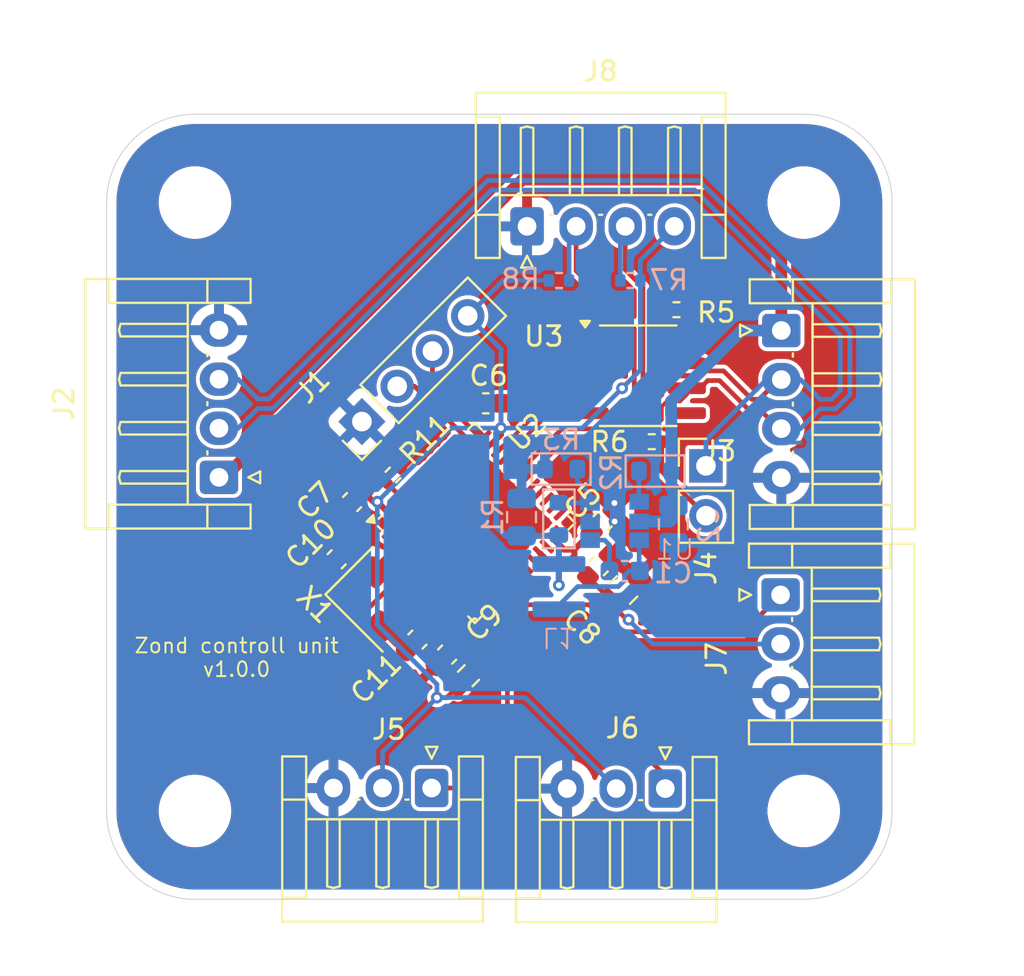
<source format=kicad_pcb>
(kicad_pcb (version 20241229) (generator "pcbnew") (generator_version "9.0")
  (layers (0 "F.Cu" power) (2 "B.Cu" signal) (13 "F.Paste" user) (15 "B.Paste" user) (5 "F.SilkS" user "F.Silkscreen") (7 "B.SilkS" user "B.Silkscreen") (1 "F.Mask" user) (3 "B.Mask" user) (25 "Edge.Cuts" user))
  (net 0 "")
  (net 1 "GND")
  (net 2 "+3.3V")
  (net 3 "/MCU/SWCLK")
  (net 4 "/MCU/SWDIO")
  (net 5 "/MCU/NRST")
  (net 6 "/MCU/OSC_IN")
  (net 7 "/MCU/OSC_OUT")
  (net 8 "Net-(U1-SW)")
  (net 9 "Net-(U1-BST)")
  (net 10 "Net-(J4-Pin_2)")
  (net 11 "Net-(U1-FB)")
  (net 12 "Net-(U1-EN)")
  (net 13 "Net-(U3-Rs)")
  (net 36 "/CAN/CAN_N")
  (net 37 "/CAN/CAN_P")
  (net 38 "/CAN/CAN_OUT-")
  (net 39 "/CAN/CAN_OUT+")
  (net 41 "/MCU/BOOT")
  (net 44 "VCC")
  (net 45 "/MCU/EXTI_BTN1")
  (net 46 "/MCU/EXTI_BTN2")
  (net 47 "/MCU/EXTI_BTN3")
  (net 48 "/MCU/SDA")
  (net 49 "/MCU/SCL")
  (net 50 "unconnected-(U2-PB15-Pad28)")
  (footprint "Capacitor_SMD:C_0805_2012Metric" (layer "F.Cu") (at 26.319899 -15.76 45)
    (property "Reference" "C8" (at -2.820315 -0.161594 135) (layer "F.SilkS"))
    (property "Value" "10uF" (hide yes))
    (pad "1" smd roundrect (at -0.949999 0 45) (size 1 1.45) (layers "F.Cu" "F.Mask" "F.Paste") (net 2 "+3.3V"))
    (pad "2" smd roundrect (at 0.949999 0 45) (size 1 1.45) (layers "F.Cu" "F.Mask" "F.Paste") (net 1 "GND"))
  )
  (footprint "Connector_JST:JST_EH_S3B-EH_1x03_P2.50mm_Horizontal" (layer "F.Cu") (at 16.55 -5.67 180)
    (property "Reference" "J5" (at 2.18 2.98 0) (layer "F.SilkS"))
    (property "Value" "Conn_01x03_Pin" (hide yes))
    (pad "1" thru_hole roundrect (at 0 0 180) (size 1.7 1.95) (drill 0.95) (layers "*.Cu" "*.Mask") (roundrect_rratio 0.147059) (net 45 "/MCU/EXTI_BTN1"))
    (pad "2" thru_hole oval (at 2.5 0 180) (size 1.7 1.95) (drill 0.95) (layers "*.Cu" "*.Mask") (net 2 "+3.3V"))
    (pad "3" thru_hole oval (at 5 0 180) (size 1.7 1.95) (drill 0.95) (layers "*.Cu" "*.Mask") (net 1 "GND"))
  )
  (footprint "Capacitor_SMD:C_0603_1608Metric" (layer "F.Cu") (at 25.259899 -19.26 45)
    (property "Reference" "C5" (at 0 -1.43 45) (layer "F.SilkS"))
    (property "Value" "100nF" (hide yes))
    (pad "1" smd roundrect (at -0.775 0 45) (size 0.9 0.95) (layers "F.Cu" "F.Mask" "F.Paste") (net 2 "+3.3V"))
    (pad "2" smd roundrect (at 0.775 0 45) (size 0.9 0.95) (layers "F.Cu" "F.Mask" "F.Paste") (net 1 "GND"))
  )
  (footprint "Capacitor_SMD:C_0603_1608Metric" (layer "F.Cu") (at 25.059899 -16.97 45)
    (property "Reference" "C4" (hide yes))
    (property "Value" "100nF" (hide yes))
    (pad "1" smd roundrect (at -0.775 0 45) (size 0.9 0.95) (layers "F.Cu" "F.Mask" "F.Paste") (net 2 "+3.3V"))
    (pad "2" smd roundrect (at 0.775 0 45) (size 0.9 0.95) (layers "F.Cu" "F.Mask" "F.Paste") (net 1 "GND"))
  )
  (footprint "Capacitor_SMD:C_0603_1608Metric" (layer "F.Cu") (at 15.826136 -13.235172 45)
    (property "Reference" "C11" (at -2.900134 -0.078535 225) (layer "F.SilkS"))
    (property "Value" "20pF" (hide yes))
    (pad "1" smd roundrect (at -0.775 0 45) (size 0.9 0.95) (layers "F.Cu" "F.Mask" "F.Paste") (net 1 "GND"))
    (pad "2" smd roundrect (at 0.775 0 45) (size 0.9 0.95) (layers "F.Cu" "F.Mask" "F.Paste") (net 7 "/MCU/OSC_OUT"))
  )
  (footprint "Connector_JST:JST_EH_S4B-EH_1x04_P2.50mm_Horizontal" (layer "F.Cu") (at 21.41 -34.2875)
    (property "Reference" "J8" (at 3.75 -7.9 0) (layer "F.SilkS"))
    (property "Value" "Conn_01x04" (hide yes))
    (pad "1" thru_hole roundrect (at 0 0) (size 1.7 1.95) (drill 0.95) (layers "*.Cu" "*.Mask") (roundrect_rratio 0.147059) (net 1 "GND"))
    (pad "2" thru_hole oval (at 2.5 0) (size 1.7 1.95) (drill 0.95) (layers "*.Cu" "*.Mask") (net 49 "/MCU/SCL"))
    (pad "3" thru_hole oval (at 5 0) (size 1.7 1.95) (drill 0.95) (layers "*.Cu" "*.Mask") (net 48 "/MCU/SDA"))
    (pad "4" thru_hole oval (at 7.5 0) (size 1.7 1.95) (drill 0.95) (layers "*.Cu" "*.Mask") (net 2 "+3.3V"))
  )
  (footprint "MountingHole:MountingHole_3.2mm_M3" (layer "F.Cu") (at 4.5 -4.5)
    (property "Reference" "H1" (hide yes))
    (property "Value" "MountingHole_M3" (hide yes))
    (pad "" np_thru_hole circle (at 0 0) (size 3.2 3.2) (drill 3.2) (layers "*.Cu" "*.Mask"))
  )
  (footprint "Capacitor_SMD:C_0603_1608Metric" (layer "F.Cu") (at 17.339899 -12.47 -135)
    (property "Reference" "C9" (at -2.481945 -0.190919 225) (layer "F.SilkS"))
    (property "Value" "100nF" (hide yes))
    (pad "1" smd roundrect (at -0.775 0 225) (size 0.9 0.95) (layers "F.Cu" "F.Mask" "F.Paste") (net 5 "/MCU/NRST"))
    (pad "2" smd roundrect (at 0.775 0 225) (size 0.9 0.95) (layers "F.Cu" "F.Mask" "F.Paste") (net 1 "GND"))
  )
  (footprint "Resistor_SMD:R_0402_1005Metric" (layer "F.Cu") (at 14.579949 -21.62005 45)
    (property "Reference" "R11" (at 2.432448 -0.127208 45) (layer "F.SilkS"))
    (property "Value" "10kOm" (hide yes))
    (pad "1" smd roundrect (at -0.509999 0 45) (size 0.54 0.64) (layers "F.Cu" "F.Mask" "F.Paste") (net 41 "/MCU/BOOT"))
    (pad "2" smd roundrect (at 0.509999 0 45) (size 0.54 0.64) (layers "F.Cu" "F.Mask" "F.Paste") (net 1 "GND"))
  )
  (footprint "Connector_JST:JST_EH_S3B-EH_1x03_P2.50mm_Horizontal" (layer "F.Cu") (at 28.45 -5.6425 180)
    (property "Reference" "J6" (at 2.18 3.0775 0) (layer "F.SilkS"))
    (property "Value" "Conn_01x03_Pin" (hide yes))
    (pad "1" thru_hole roundrect (at 0 0 180) (size 1.7 1.95) (drill 0.95) (layers "*.Cu" "*.Mask") (roundrect_rratio 0.147059) (net 46 "/MCU/EXTI_BTN2"))
    (pad "2" thru_hole oval (at 2.5 0 180) (size 1.7 1.95) (drill 0.95) (layers "*.Cu" "*.Mask") (net 2 "+3.3V"))
    (pad "3" thru_hole oval (at 5 0 180) (size 1.7 1.95) (drill 0.95) (layers "*.Cu" "*.Mask") (net 1 "GND"))
  )
  (footprint "Connector_JST:JST_EH_S4B-EH_1x04_P2.50mm_Horizontal" (layer "F.Cu") (at 34.3575 -28.98 -90)
    (property "Reference" "J3" (at 6.15 3.16 180) (layer "F.SilkS"))
    (property "Value" "Conn_01x04_Pin" (hide yes))
    (pad "1" thru_hole roundrect (at 0 0 270) (size 1.7 1.95) (drill 0.95) (layers "*.Cu" "*.Mask") (roundrect_rratio 0.147059) (net 44 "VCC"))
    (pad "2" thru_hole oval (at 2.5 0 270) (size 1.7 1.95) (drill 0.95) (layers "*.Cu" "*.Mask") (net 37 "/CAN/CAN_P"))
    (pad "3" thru_hole oval (at 5 0 270) (size 1.7 1.95) (drill 0.95) (layers "*.Cu" "*.Mask") (net 36 "/CAN/CAN_N"))
    (pad "4" thru_hole oval (at 7.5 0 270) (size 1.7 1.95) (drill 0.95) (layers "*.Cu" "*.Mask") (net 1 "GND"))
  )
  (footprint "Connector_PinHeader_2.54mm:PinHeader_1x02_P2.54mm_Vertical" (layer "F.Cu") (at 30.52 -22.085)
    (property "Reference" "J4" (at 0.01 5.21 90) (layer "F.SilkS"))
    (property "Value" "Conn_01x02_Pin" (hide yes))
    (pad "1" thru_hole rect (at 0 0) (size 1.7 1.7) (drill 1) (layers "*.Cu" "*.Mask") (net 37 "/CAN/CAN_P"))
    (pad "2" thru_hole circle (at 0 2.54) (size 1.7 1.7) (drill 1) (layers "*.Cu" "*.Mask") (net 10 "Net-(J4-Pin_2)"))
  )
  (footprint "Crystal:Crystal_SMD_3225-4Pin_3.2x2.5mm" (layer "F.Cu") (at 13.806136 -15.285172 -45)
    (property "Reference" "X1" (at -2.051363 2.454657 135) (layer "F.SilkS"))
    (property "Value" "Crystal_Generic" (hide yes))
    (pad "1" smd roundrect (at -1.1 0.85 315) (size 1.4 1.2) (layers "F.Cu" "F.Mask" "F.Paste") (roundrect_rratio 0.208333) (net 6 "/MCU/OSC_IN"))
    (pad "2" smd roundrect (at 1.1 0.85 315) (size 1.4 1.2) (layers "F.Cu" "F.Mask" "F.Paste") (roundrect_rratio 0.208333) (net 1 "GND"))
    (pad "3" smd roundrect (at 1.1 -0.85 315) (size 1.4 1.2) (layers "F.Cu" "F.Mask" "F.Paste") (roundrect_rratio 0.208333) (net 7 "/MCU/OSC_OUT"))
    (pad "4" smd roundrect (at -1.1 -0.85 315) (size 1.4 1.2) (layers "F.Cu" "F.Mask" "F.Paste") (roundrect_rratio 0.208333) (net 1 "GND"))
  )
  (footprint "MountingHole:MountingHole_3.2mm_M3" (layer "F.Cu") (at 35.5 -4.5)
    (property "Reference" "H2" (hide yes))
    (property "Value" "MountingHole_M3" (hide yes))
    (pad "" np_thru_hole circle (at 0 0) (size 3.2 3.2) (drill 3.2) (layers "*.Cu" "*.Mask"))
  )
  (footprint "MountingHole:MountingHole_3.2mm_M3" (layer "F.Cu") (at 4.5 -35.5)
    (property "Reference" "H3" (hide yes))
    (property "Value" "MountingHole_M3" (hide yes))
    (pad "" np_thru_hole circle (at 0 0) (size 3.2 3.2) (drill 3.2) (layers "*.Cu" "*.Mask"))
  )
  (footprint "Resistor_SMD:R_0402_1005Metric" (layer "F.Cu") (at 29.02 -30.04 180)
    (property "Reference" "R5" (at -2.02 -0.14 0) (layer "F.SilkS"))
    (property "Value" "10kOm" (hide yes))
    (pad "1" smd roundrect (at -0.51 0 180) (size 0.54 0.64) (layers "F.Cu" "F.Mask" "F.Paste") (net 13 "Net-(U3-Rs)"))
    (pad "2" smd roundrect (at 0.51 0 180) (size 0.54 0.64) (layers "F.Cu" "F.Mask" "F.Paste") (net 1 "GND"))
  )
  (footprint "Capacitor_SMD:C_0603_1608Metric" (layer "F.Cu") (at 11.716136 -17.325172 45)
    (property "Reference" "C10" (at -0.36155 -1.499819 45) (layer "F.SilkS"))
    (property "Value" "20pF" (hide yes))
    (pad "1" smd roundrect (at -0.775 0 45) (size 0.9 0.95) (layers "F.Cu" "F.Mask" "F.Paste") (net 6 "/MCU/OSC_IN"))
    (pad "2" smd roundrect (at 0.775 0 45) (size 0.9 0.95) (layers "F.Cu" "F.Mask" "F.Paste") (net 1 "GND"))
  )
  (footprint "Capacitor_SMD:C_0603_1608Metric" (layer "F.Cu") (at 19.31 -25.27 180)
    (property "Reference" "C6" (at -0.140581 1.41 0) (layer "F.SilkS"))
    (property "Value" "100nF" (hide yes))
    (pad "1" smd roundrect (at -0.775 0 180) (size 0.9 0.95) (layers "F.Cu" "F.Mask" "F.Paste") (net 2 "+3.3V"))
    (pad "2" smd roundrect (at 0.775 0 180) (size 0.9 0.95) (layers "F.Cu" "F.Mask" "F.Paste") (net 1 "GND"))
  )
  (footprint "Package_DFN_QFN:QFN-48-1EP_7x7mm_P0.5mm_EP5.6x5.6mm" (layer "F.Cu") (at 18.75 -19.179949 45)
    (property "Reference" "U2" (at 5.154844 -1.378894 45) (layer "F.SilkS"))
    (property "Value" "STM32G431CBUx" (hide yes))
    (pad "1" smd roundrect (at -3.4375 -2.75 45) (size 0.875 0.25) (layers "F.Cu" "F.Mask" "F.Paste"))
    (pad "2" smd roundrect (at -3.4375 -2.25 45) (size 0.875 0.25) (layers "F.Cu" "F.Mask" "F.Paste"))
    (pad "3" smd roundrect (at -3.4375 -1.749999 45) (size 0.875 0.25) (layers "F.Cu" "F.Mask" "F.Paste"))
    (pad "4" smd roundrect (at -3.4375 -1.25 45) (size 0.875 0.25) (layers "F.Cu" "F.Mask" "F.Paste"))
    (pad "5" smd roundrect (at -3.4375 -0.750001 45) (size 0.875 0.25) (layers "F.Cu" "F.Mask" "F.Paste") (net 6 "/MCU/OSC_IN"))
    (pad "6" smd roundrect (at -3.4375 -0.25 45) (size 0.875 0.25) (layers "F.Cu" "F.Mask" "F.Paste") (net 7 "/MCU/OSC_OUT"))
    (pad "7" smd roundrect (at -3.4375 0.25 45) (size 0.875 0.25) (layers "F.Cu" "F.Mask" "F.Paste") (net 5 "/MCU/NRST"))
    (pad "8" smd roundrect (at -3.4375 0.750001 45) (size 0.875 0.25) (layers "F.Cu" "F.Mask" "F.Paste"))
    (pad "9" smd roundrect (at -3.4375 1.25 45) (size 0.875 0.25) (layers "F.Cu" "F.Mask" "F.Paste"))
    (pad "10" smd roundrect (at -3.4375 1.749999 45) (size 0.875 0.25) (layers "F.Cu" "F.Mask" "F.Paste"))
    (pad "11" smd roundrect (at -3.4375 2.25 45) (size 0.875 0.25) (layers "F.Cu" "F.Mask" "F.Paste"))
    (pad "12" smd roundrect (at -3.4375 2.75 45) (size 0.875 0.25) (layers "F.Cu" "F.Mask" "F.Paste"))
    (pad "13" smd roundrect (at -2.75 3.4375 45) (size 0.25 0.875) (layers "F.Cu" "F.Mask" "F.Paste") (net 45 "/MCU/EXTI_BTN1"))
    (pad "14" smd roundrect (at -2.25 3.4375 45) (size 0.25 0.875) (layers "F.Cu" "F.Mask" "F.Paste") (net 46 "/MCU/EXTI_BTN2"))
    (pad "15" smd roundrect (at -1.749999 3.4375 45) (size 0.25 0.875) (layers "F.Cu" "F.Mask" "F.Paste") (net 47 "/MCU/EXTI_BTN3"))
    (pad "16" smd roundrect (at -1.25 3.4375 45) (size 0.25 0.875) (layers "F.Cu" "F.Mask" "F.Paste"))
    (pad "17" smd roundrect (at -0.750001 3.4375 45) (size 0.25 0.875) (layers "F.Cu" "F.Mask" "F.Paste"))
    (pad "18" smd roundrect (at -0.25 3.4375 45) (size 0.25 0.875) (layers "F.Cu" "F.Mask" "F.Paste"))
    (pad "19" smd roundrect (at 0.25 3.4375 45) (size 0.25 0.875) (layers "F.Cu" "F.Mask" "F.Paste"))
    (pad "20" smd roundrect (at 0.750001 3.4375 45) (size 0.25 0.875) (layers "F.Cu" "F.Mask" "F.Paste"))
    (pad "21" smd roundrect (at 1.25 3.4375 45) (size 0.25 0.875) (layers "F.Cu" "F.Mask" "F.Paste") (net 2 "+3.3V"))
    (pad "22" smd roundrect (at 1.749999 3.4375 45) (size 0.25 0.875) (layers "F.Cu" "F.Mask" "F.Paste"))
    (pad "23" smd roundrect (at 2.25 3.4375 45) (size 0.25 0.875) (layers "F.Cu" "F.Mask" "F.Paste") (net 2 "+3.3V"))
    (pad "24" smd roundrect (at 2.75 3.4375 45) (size 0.25 0.875) (layers "F.Cu" "F.Mask" "F.Paste"))
    (pad "25" smd roundrect (at 3.4375 2.75 45) (size 0.875 0.25) (layers "F.Cu" "F.Mask" "F.Paste"))
    (pad "26" smd roundrect (at 3.4375 2.25 45) (size 0.875 0.25) (layers "F.Cu" "F.Mask" "F.Paste"))
    (pad "27" smd roundrect (at 3.4375 1.749999 45) (size 0.875 0.25) (layers "F.Cu" "F.Mask" "F.Paste"))
    (pad "28" smd roundrect (at 3.4375 1.25 45) (size 0.875 0.25) (layers "F.Cu" "F.Mask" "F.Paste") (net 50 "unconnected-(U2-PB15-Pad28)"))
    (pad "29" smd roundrect (at 3.4375 0.750001 45) (size 0.875 0.25) (layers "F.Cu" "F.Mask" "F.Paste"))
    (pad "30" smd roundrect (at 3.4375 0.25 45) (size 0.875 0.25) (layers "F.Cu" "F.Mask" "F.Paste") (net 48 "/MCU/SDA"))
    (pad "31" smd roundrect (at 3.4375 -0.25 45) (size 0.875 0.25) (layers "F.Cu" "F.Mask" "F.Paste") (net 49 "/MCU/SCL"))
    (pad "32" smd roundrect (at 3.4375 -0.750001 45) (size 0.875 0.25) (layers "F.Cu" "F.Mask" "F.Paste"))
    (pad "33" smd roundrect (at 3.4375 -1.25 45) (size 0.875 0.25) (layers "F.Cu" "F.Mask" "F.Paste") (net 38 "/CAN/CAN_OUT-"))
    (pad "34" smd roundrect (at 3.4375 -1.749999 45) (size 0.875 0.25) (layers "F.Cu" "F.Mask" "F.Paste") (net 39 "/CAN/CAN_OUT+"))
    (pad "35" smd roundrect (at 3.4375 -2.25 45) (size 0.875 0.25) (layers "F.Cu" "F.Mask" "F.Paste") (net 2 "+3.3V"))
    (pad "36" smd roundrect (at 3.4375 -2.75 45) (size 0.875 0.25) (layers "F.Cu" "F.Mask" "F.Paste") (net 4 "/MCU/SWDIO"))
    (pad "37" smd roundrect (at 2.75 -3.4375 45) (size 0.25 0.875) (layers "F.Cu" "F.Mask" "F.Paste") (net 3 "/MCU/SWCLK"))
    (pad "38" smd roundrect (at 2.25 -3.4375 45) (size 0.25 0.875) (layers "F.Cu" "F.Mask" "F.Paste"))
    (pad "39" smd roundrect (at 1.749999 -3.4375 45) (size 0.25 0.875) (layers "F.Cu" "F.Mask" "F.Paste"))
    (pad "40" smd roundrect (at 1.25 -3.4375 45) (size 0.25 0.875) (layers "F.Cu" "F.Mask" "F.Paste"))
    (pad "41" smd roundrect (at 0.750001 -3.4375 45) (size 0.25 0.875) (layers "F.Cu" "F.Mask" "F.Paste"))
    (pad "42" smd roundrect (at 0.25 -3.4375 45) (size 0.25 0.875) (layers "F.Cu" "F.Mask" "F.Paste"))
    (pad "43" smd roundrect (at -0.25 -3.4375 45) (size 0.25 0.875) (layers "F.Cu" "F.Mask" "F.Paste"))
    (pad "44" smd roundrect (at -0.750001 -3.4375 45) (size 0.25 0.875) (layers "F.Cu" "F.Mask" "F.Paste"))
    (pad "45" smd roundrect (at -1.25 -3.4375 45) (size 0.25 0.875) (layers "F.Cu" "F.Mask" "F.Paste"))
    (pad "46" smd roundrect (at -1.749999 -3.4375 45) (size 0.25 0.875) (layers "F.Cu" "F.Mask" "F.Paste") (net 41 "/MCU/BOOT"))
    (pad "47" smd roundrect (at -2.25 -3.4375 45) (size 0.25 0.875) (layers "F.Cu" "F.Mask" "F.Paste"))
    (pad "48" smd roundrect (at -2.75 -3.4375 45) (size 0.25 0.875) (layers "F.Cu" "F.Mask" "F.Paste") (net 2 "+3.3V"))
    (pad "49" smd rect (at 0 0 45) (size 5.6 5.6) (property pad_prop_heatsink) (layers "F.Cu" "F.Mask") (net 1 "GND"))
  )
  (footprint "Capacitor_SMD:C_0603_1608Metric" (layer "F.Cu") (at 12.499949 -20.24005 -135)
    (property "Reference" "C7" (at 1.286934 1.385929 45) (layer "F.SilkS"))
    (property "Value" "100nF" (hide yes))
    (pad "1" smd roundrect (at -0.775 0 225) (size 0.9 0.95) (layers "F.Cu" "F.Mask" "F.Paste") (net 2 "+3.3V"))
    (pad "2" smd roundrect (at 0.775 0 225) (size 0.9 0.95) (layers "F.Cu" "F.Mask" "F.Paste") (net 1 "GND"))
  )
  (footprint "Resistor_SMD:R_0603_1608Metric" (layer "F.Cu") (at 18.429899 -11.39 45)
    (property "Reference" "R4" (hide yes))
    (property "Value" "100kOm" (hide yes))
    (pad "1" smd roundrect (at -0.825 0 45) (size 0.8 0.95) (layers "F.Cu" "F.Mask" "F.Paste") (net 2 "+3.3V"))
    (pad "2" smd roundrect (at 0.825 0 45) (size 0.8 0.95) (layers "F.Cu" "F.Mask" "F.Paste") (net 5 "/MCU/NRST"))
  )
  (footprint "Connector_JST:JST_EH_S4B-EH_1x04_P2.50mm_Horizontal" (layer "F.Cu") (at 5.72 -21.5 90)
    (property "Reference" "J2" (at 3.75 -7.9 90) (layer "F.SilkS"))
    (property "Value" "Conn_01x04_Pin" (hide yes))
    (pad "1" thru_hole roundrect (at 0 0 90) (size 1.7 1.95) (drill 0.95) (layers "*.Cu" "*.Mask") (roundrect_rratio 0.147059) (net 44 "VCC"))
    (pad "2" thru_hole oval (at 2.5 0 90) (size 1.7 1.95) (drill 0.95) (layers "*.Cu" "*.Mask") (net 37 "/CAN/CAN_P"))
    (pad "3" thru_hole oval (at 5 0 90) (size 1.7 1.95) (drill 0.95) (layers "*.Cu" "*.Mask") (net 36 "/CAN/CAN_N"))
    (pad "4" thru_hole oval (at 7.5 0 90) (size 1.7 1.95) (drill 0.95) (layers "*.Cu" "*.Mask") (net 1 "GND"))
  )
  (footprint "Connector_PinHeader_2.54mm:PinHeader_1x04_P2.54mm_Vertical" (layer "F.Cu") (at 13 -24.34 135)
    (property "Reference" "J1" (at 3.049863 -0.490137 45) (layer "F.SilkS"))
    (property "Value" "Conn_01x04" (hide yes))
    (pad "1" thru_hole rect (at 0 0 135) (size 1.7 1.7) (drill 1) (layers "*.Cu" "*.Mask") (net 1 "GND"))
    (pad "2" thru_hole circle (at 0 2.54 135) (size 1.7 1.7) (drill 1) (layers "*.Cu" "*.Mask") (net 3 "/MCU/SWCLK"))
    (pad "3" thru_hole circle (at 0 5.079999 135) (size 1.7 1.7) (drill 1) (layers "*.Cu" "*.Mask") (net 4 "/MCU/SWDIO"))
    (pad "4" thru_hole circle (at 0 7.62 135) (size 1.7 1.7) (drill 1) (layers "*.Cu" "*.Mask") (net 2 "+3.3V"))
  )
  (footprint "Resistor_SMD:R_0402_1005Metric" (layer "F.Cu") (at 27.76 -23.315 180)
    (property "Reference" "R6" (at 2.15 -0.01 0) (layer "F.SilkS"))
    (property "Value" "10kOm" (hide yes))
    (pad "1" smd roundrect (at -0.51 0 180) (size 0.54 0.64) (layers "F.Cu" "F.Mask" "F.Paste") (net 10 "Net-(J4-Pin_2)"))
    (pad "2" smd roundrect (at 0.51 0 180) (size 0.54 0.64) (layers "F.Cu" "F.Mask" "F.Paste") (net 36 "/CAN/CAN_N"))
  )
  (footprint "Connector_JST:JST_EH_S3B-EH_1x03_P2.50mm_Horizontal" (layer "F.Cu") (at 34.32 -15.51 -90)
    (property "Reference" "J7" (at 3.25 3.26 90) (layer "F.SilkS"))
    (property "Value" "Conn_01x03_Pin" (hide yes))
    (pad "1" thru_hole roundrect (at 0 0 270) (size 1.7 1.95) (drill 0.95) (layers "*.Cu" "*.Mask") (roundrect_rratio 0.147059) (net 47 "/MCU/EXTI_BTN3"))
    (pad "2" thru_hole oval (at 2.5 0 270) (size 1.7 1.95) (drill 0.95) (layers "*.Cu" "*.Mask") (net 2 "+3.3V"))
    (pad "3" thru_hole oval (at 5 0 270) (size 1.7 1.95) (drill 0.95) (layers "*.Cu" "*.Mask") (net 1 "GND"))
  )
  (footprint "MountingHole:MountingHole_3.2mm_M3" (layer "F.Cu") (at 35.5 -35.5)
    (property "Reference" "H4" (hide yes))
    (property "Value" "MountingHole_M3" (hide yes))
    (pad "" np_thru_hole circle (at 0 0) (size 3.2 3.2) (drill 3.2) (layers "*.Cu" "*.Mask"))
  )
  (footprint "Package_SO:SOIC-8_3.9x4.9mm_P1.27mm" (layer "F.Cu") (at 27.07 -26.675)
    (property "Reference" "U3" (at -4.81 -2.005 180) (layer "F.SilkS"))
    (property "Value" "SN65HVD230" (hide yes))
    (pad "1" smd roundrect (at -2.475 -1.905) (size 1.95 0.6) (layers "F.Cu" "F.Mask" "F.Paste") (net 39 "/CAN/CAN_OUT+"))
    (pad "2" smd roundrect (at -2.475 -0.635) (size 1.95 0.6) (layers "F.Cu" "F.Mask" "F.Paste") (net 1 "GND"))
    (pad "3" smd roundrect (at -2.475 0.635) (size 1.95 0.6) (layers "F.Cu" "F.Mask" "F.Paste") (net 2 "+3.3V"))
    (pad "4" smd roundrect (at -2.475 1.905) (size 1.95 0.6) (layers "F.Cu" "F.Mask" "F.Paste") (net 38 "/CAN/CAN_OUT-"))
    (pad "5" smd roundrect (at 2.475 1.905) (size 1.95 0.6) (layers "F.Cu" "F.Mask" "F.Paste"))
    (pad "6" smd roundrect (at 2.475 0.635) (size 1.95 0.6) (layers "F.Cu" "F.Mask" "F.Paste") (net 36 "/CAN/CAN_N"))
    (pad "7" smd roundrect (at 2.475 -0.635) (size 1.95 0.6) (layers "F.Cu" "F.Mask" "F.Paste") (net 37 "/CAN/CAN_P"))
    (pad "8" smd roundrect (at 2.475 -1.905) (size 1.95 0.6) (layers "F.Cu" "F.Mask" "F.Paste") (net 13 "Net-(U3-Rs)"))
  )
  (footprint "my_lib:JW5017S" (layer "B.Cu") (at 25.87 -19.25 90)
    (property "Reference" "U1" (at -1.44 3.06 0) (layer "B.SilkS") (effects (font (thickness 0.1)) (justify mirror)))
    (property "Value" "JW5017S" (hide yes))
    (pad "1" smd rect (at -0.95 -1.25 90) (size 0.8 1) (layers "B.Cu" "B.Mask" "B.Paste") (net 9 "Net-(U1-BST)"))
    (pad "2" smd rect (at 0 -1.25 90) (size 0.8 1) (layers "B.Cu" "B.Mask" "B.Paste") (net 1 "GND"))
    (pad "3" smd rect (at 0.95 -1.25 90) (size 0.8 1) (layers "B.Cu" "B.Mask" "B.Paste") (net 11 "Net-(U1-FB)"))
    (pad "4" smd rect (at 1 1.25 90) (size 0.8 1) (layers "B.Cu" "B.Mask" "B.Paste") (net 12 "Net-(U1-EN)"))
    (pad "5" smd rect (at 0 1.25 90) (size 0.8 1) (layers "B.Cu" "B.Mask" "B.Paste") (net 44 "VCC"))
    (pad "6" smd rect (at -0.95 1.25 90) (size 0.8 1) (layers "B.Cu" "B.Mask" "B.Paste") (net 8 "Net-(U1-SW)"))
  )
  (footprint "Resistor_SMD:R_0402_1005Metric" (layer "B.Cu") (at 26.67 -31.53 180)
    (property "Reference" "R7" (at -1.96 0.02 0) (layer "B.SilkS") (effects (justify mirror)))
    (property "Value" "10kOm" (hide yes))
    (pad "1" smd roundrect (at -0.51 0 180) (size 0.54 0.64) (layers "B.Cu" "B.Mask" "B.Paste") (net 2 "+3.3V"))
    (pad "2" smd roundrect (at 0.51 0 180) (size 0.54 0.64) (layers "B.Cu" "B.Mask" "B.Paste") (net 48 "/MCU/SDA"))
  )
  (footprint "Capacitor_SMD:C_0805_2012Metric" (layer "B.Cu") (at 21.13 -19.47 90)
    (property "Reference" "C3" (hide yes))
    (property "Value" "10uF" (hide yes))
    (pad "1" smd roundrect (at -0.95 0 90) (size 1 1.45) (layers "B.Cu" "B.Mask" "B.Paste") (net 2 "+3.3V"))
    (pad "2" smd roundrect (at 0.95 0 90) (size 1 1.45) (layers "B.Cu" "B.Mask" "B.Paste") (net 1 "GND"))
  )
  (footprint "PCM_Resistor_SMD_AKL:R_0603_1608Metric" (layer "B.Cu") (at 23.03 -19.385 90)
    (property "Reference" "R1" (at 0.095 -3.36 90) (layer "B.SilkS") (effects (justify mirror)))
    (property "Value" "16kOm" (hide yes))
    (pad "1" smd roundrect (at -0.825 0 90) (size 0.8 0.95) (layers "B.Cu" "B.Mask" "B.Paste") (net 2 "+3.3V"))
    (pad "2" smd roundrect (at 0.825 0 90) (size 0.8 0.95) (layers "B.Cu" "B.Mask" "B.Paste") (net 11 "Net-(U1-FB)"))
  )
  (footprint "my_lib:SNR3015K-4R7M" (layer "B.Cu") (at 23.03 -15.93)
    (property "Reference" "L1" (at 0.02 2.6 180) (layer "B.SilkS") (effects (font (thickness 0.1)) (justify mirror)))
    (property "Value" "4.7uH" (hide yes))
    (pad "1" smd roundrect (at 0 -1.15) (size 2.7 0.8) (layers "B.Cu" "B.Mask" "B.Paste") (roundrect_rratio 0.15) (net 2 "+3.3V"))
    (pad "2" smd roundrect (at 0 1.15) (size 2.7 0.8) (layers "B.Cu" "B.Mask" "B.Paste") (roundrect_rratio 0.15) (net 8 "Net-(U1-SW)"))
  )
  (footprint "Capacitor_SMD:C_0805_2012Metric" (layer "B.Cu") (at 28.86 -19.11 -90)
    (property "Reference" "C2" (at 0.02 -1.81 90) (layer "B.SilkS") (effects (justify mirror)))
    (property "Value" "4.7uF" (hide yes))
    (pad "1" smd roundrect (at -0.95 0 270) (size 1 1.45) (layers "B.Cu" "B.Mask" "B.Paste") (net 44 "VCC"))
    (pad "2" smd roundrect (at 0.95 0 270) (size 1 1.45) (layers "B.Cu" "B.Mask" "B.Paste") (net 1 "GND"))
  )
  (footprint "Resistor_SMD:R_0402_1005Metric" (layer "B.Cu") (at 23.04 -31.53)
    (property "Reference" "R8" (at -1.96 -0.07 0) (layer "B.SilkS") (effects (justify mirror)))
    (property "Value" "10kOm" (hide yes))
    (pad "1" smd roundrect (at -0.51 0) (size 0.54 0.64) (layers "B.Cu" "B.Mask" "B.Paste") (net 2 "+3.3V"))
    (pad "2" smd roundrect (at 0.51 0) (size 0.54 0.64) (layers "B.Cu" "B.Mask" "B.Paste") (net 49 "/MCU/SCL"))
  )
  (footprint "Capacitor_SMD:C_0603_1608Metric" (layer "B.Cu") (at 26.38 -16.73 180)
    (property "Reference" "C1" (at -2.47 -0.11 0) (layer "B.SilkS") (effects (justify mirror)))
    (property "Value" "100nF" (hide yes))
    (pad "1" smd roundrect (at -0.775 0 180) (size 0.9 0.95) (layers "B.Cu" "B.Mask" "B.Paste") (net 8 "Net-(U1-SW)"))
    (pad "2" smd roundrect (at 0.775 0 180) (size 0.9 0.95) (layers "B.Cu" "B.Mask" "B.Paste") (net 9 "Net-(U1-BST)"))
  )
  (footprint "PCM_Resistor_SMD_AKL:R_0603_1608Metric" (layer "B.Cu") (at 27.93 -21.82 180)
    (property "Reference" "R2" (at 2.23 -0.06 90) (layer "B.SilkS") (effects (justify mirror)))
    (property "Value" "100kOm" (hide yes))
    (pad "1" smd roundrect (at -0.825 0 180) (size 0.8 0.95) (layers "B.Cu" "B.Mask" "B.Paste") (net 44 "VCC"))
    (pad "2" smd roundrect (at 0.825 0 180) (size 0.8 0.95) (layers "B.Cu" "B.Mask" "B.Paste") (net 12 "Net-(U1-EN)"))
  )
  (footprint "PCM_Resistor_SMD_AKL:R_0603_1608Metric" (layer "B.Cu") (at 23.145 -21.92 180)
    (property "Reference" "R3" (at 0 1.5 0) (layer "B.SilkS") (effects (justify mirror)))
    (property "Value" "5.1kOm" (hide yes))
    (pad "1" smd roundrect (at -0.825 0 180) (size 0.8 0.95) (layers "B.Cu" "B.Mask" "B.Paste") (net 11 "Net-(U1-FB)"))
    (pad "2" smd roundrect (at 0.825 0 180) (size 0.8 0.95) (layers "B.Cu" "B.Mask" "B.Paste") (net 1 "GND"))
  )
  (gr_arc (start 4.5 0) (mid 1.318019 -1.318019) (end 0 -4.5) (stroke (width 0.05)) (layer "Edge.Cuts"))
  (gr_arc (start 0 -35.5) (mid 1.318019 -38.681981) (end 4.5 -40) (stroke (width 0.05)) (layer "Edge.Cuts"))
  (gr_line (start 0 -4.5) (end 0 -35.5) (stroke (width 0.05)) (layer "Edge.Cuts"))
  (gr_arc (start 40 -4.5) (mid 38.681981 -1.318019) (end 35.5 0) (stroke (width 0.05)) (layer "Edge.Cuts"))
  (gr_arc (start 35.5 -40) (mid 38.681981 -38.681981) (end 40 -35.5) (stroke (width 0.05)) (layer "Edge.Cuts"))
  (gr_line (start 40 -35.5) (end 40 -4.5) (stroke (width 0.05)) (layer "Edge.Cuts"))
  (gr_line (start 4.5 -40) (end 35.5 -40) (stroke (width 0.05)) (layer "Edge.Cuts"))
  (gr_line (start 35.5 0) (end 4.5 0) (stroke (width 0.05)) (layer "Edge.Cuts"))
  (gr_text "Zond controll unit\nv1.0.0" (at 6.62 -12.32 0) (layer "F.SilkS") (effects (font (size 0.75 0.75) (thickness 0.1))))
  (via (at 25.86 -20.19) (size 0.6) (drill 0.3) (layers "F.Cu" "B.Cu") (net 1))
  (via (at 25.87 -19.25) (size 0.6) (drill 0.3) (layers "F.Cu" "B.Cu") (net 1))
  (segment (start 22.227913 -21.89) (end 22.227913 -22.03075) (width 0.24) (layer "B.Cu") (net 1))
  (segment (start 23.457817 -17.147817) (end 23.786066 -17.147817) (width 0.31) (layer "F.Cu") (net 2))
  (segment (start 23.29193 -17.82) (end 22.77167 -18.34026) (width 0.31) (layer "F.Cu") (net 2))
  (segment (start 23.786066 -17.147817) (end 24.511891 -16.421992) (width 0.31) (layer "F.Cu") (net 2))
  (segment (start 19.589689 -23.201619) (end 19.601518 -23.201619) (width 0.24) (layer "F.Cu") (net 2))
  (segment (start 13.784899 -20.255) (end 13.783783 -20.256116) (width 0.24) (layer "F.Cu") (net 2))
  (segment (start 23.819899 -17.82) (end 24.711891 -18.711992) (width 0.31) (layer "F.Cu") (net 2))
  (segment (start 23.03 -16) (end 23.03 -17.137817) (width 0.31) (layer "F.Cu") (net 2))
  (segment (start 25.648148 -15.088249) (end 25.648148 -15.285735) (width 0.24) (layer "F.Cu") (net 2))
  (segment (start 20.079899 -24.01) (end 20.079899 -25.264899) (width 0.24) (layer "F.Cu") (net 2))
  (segment (start 22.549899 -17.147817) (end 23.02 -17.147817) (width 0.31) (layer "F.Cu") (net 2))
  (segment (start 26.58 -14.25) (end 26.486397 -14.25) (width 0.24) (layer "F.Cu") (net 2))
  (segment (start 23.669899 -17.82) (end 23.49 -17.82) (width 0.31) (layer "F.Cu") (net 2))
  (segment (start 22.549899 -17.147817) (end 22.064563 -17.633153) (width 0.31) (layer "F.Cu") (net 2))
  (segment (start 17.643262 -10.723363) (end 17.562552 -10.723363) (width 0.24) (layer "F.Cu") (net 2))
  (segment (start 25.648148 -15.285735) (end 24.511891 -16.421992) (width 0.24) (layer "F.Cu") (net 2))
  (segment (start 16.819899 -10.28) (end 17.319899 -10.28) (width 0.24) (layer "F.Cu") (net 2))
  (segment (start 23.02 -17.147817) (end 23.457817 -17.147817) (width 0.31) (layer "F.Cu") (net 2))
  (segment (start 23.819899 -17.82) (end 23.819899 -17.509899) (width 0.31) (layer "F.Cu") (net 2))
  (segment (start 20.079899 -25.264899) (end 20.085 -25.27) (width 0.24) (layer "F.Cu") (net 2))
  (segment (start 19.601518 -23.201619) (end 19.989899 -23.59) (width 0.31) (layer "F.Cu") (net 2))
  (segment (start 13.783783 -20.256116) (end 13.579899 -20.256116) (width 0.24) (layer "F.Cu") (net 2))
  (segment (start 17.319899 -10.28) (end 17.846536 -10.806637) (width 0.24) (layer "F.Cu") (net 2))
  (segment (start 23.819899 -17.509899) (end 23.457817 -17.147817) (width 0.31) (layer "F.Cu") (net 2))
  (segment (start 23.49 -17.82) (end 23.29193 -17.82) (width 0.31) (layer "F.Cu") (net 2))
  (segment (start 26.486397 -14.25) (end 25.648148 -15.088249) (width 0.24) (layer "F.Cu") (net 2))
  (segment (start 14.373814 -19.666085) (end 13.784899 -20.255) (width 0.31) (layer "F.Cu") (net 2))
  (segment (start 23.669899 -17.82) (end 23.819899 -17.82) (width 0.31) (layer "F.Cu") (net 2))
  (segment (start 19.589689 -23.201619) (end 19.591518 -23.201619) (width 0.24) (layer "F.Cu") (net 2))
  (segment (start 23.03 -17.137817) (end 23.02 -17.147817) (width 0.31) (layer "F.Cu") (net 2))
  (segment (start 20.079899 -23.68) (end 20.079899 -24.01) (width 0.31) (layer "F.Cu") (net 2))
  (segment (start 13.579899 -20.256116) (end 13.047957 -20.788058) (width 0.31) (layer "F.Cu") (net 2))
  (segment (start 14.374777 -19.666085) (end 14.373814 -19.666085) (width 0.24) (layer "F.Cu") (net 2))
  (segment (start 19.989899 -23.59) (end 20.079899 -23.68) (width 0.31) (layer "F.Cu") (net 2))
  (via (at 26.58 -14.25) (size 0.6) (drill 0.3) (layers "F.Cu" "B.Cu") (net 2))
  (via (at 23.03 -16) (size 0.6) (drill 0.3) (layers "F.Cu" "B.Cu") (net 2))
  (via (at 16.819899 -10.28) (size 0.6) (drill 0.3) (layers "F.Cu" "B.Cu") (net 2))
  (via (at 13.784899 -20.255) (size 0.6) (drill 0.3) (layers "F.Cu" "B.Cu") (net 2))
  (via (at 20.079899 -24.01) (size 0.6) (drill 0.3) (layers "F.Cu" "B.Cu") (net 2))
  (via (at 26.25 -26.04) (size 0.6) (drill 0.3) (layers "F.Cu" "B.Cu") (net 2))
  (segment (start 13.784899 -13.995) (end 13.784899 -20.255) (width 0.24) (layer "B.Cu") (net 2))
  (segment (start 28.91 -34.2875) (end 27.18 -32.5575) (width 0.24) (layer "B.Cu") (net 2))
  (segment (start 23.03 -16) (end 23.03 -15.99) (width 0.31) (layer "B.Cu") (net 2))
  (segment (start 27.18 -26.97) (end 26.25 -26.04) (width 0.24) (layer "B.Cu") (net 2))
  (segment (start 26.58 -14.25) (end 26.58 -14.24) (width 0.24) (layer "B.Cu") (net 2))
  (segment (start 19.84 -19.01) (end 19.84 -23.770101) (width 0.31) (layer "B.Cu") (net 2))
  (segment (start 27.18 -31.53) (end 27.18 -26.97) (width 0.24) (layer "B.Cu") (net 2))
  (segment (start 21.17 -18.56) (end 21.13 -18.52) (width 0.31) (layer "B.Cu") (net 2))
  (segment (start 23.03 -18.56) (end 23.03 -17.08) (width 0.31) (layer "B.Cu") (net 2))
  (segment (start 26.58 -14.24) (end 27.81 -13.01) (width 0.24) (layer "B.Cu") (net 2))
  (segment (start 27.18 -32.5575) (end 27.18 -31.53) (width 0.24) (layer "B.Cu") (net 2))
  (segment (start 20.079899 -24.01) (end 24.22 -24.01) (width 0.24) (layer "B.Cu") (net 2))
  (segment (start 23.03 -17.08) (end 23.03 -16) (width 0.31) (layer "B.Cu") (net 2))
  (segment (start 16.819899 -10.28) (end 16.819899 -10.96) (width 0.24) (layer "B.Cu") (net 2))
  (segment (start 24.22 -24.01) (end 26.25 -26.04) (width 0.24) (layer "B.Cu") (net 2))
  (segment (start 17.539899 -24.01) (end 13.784899 -20.255) (width 0.24) (layer "B.Cu") (net 2))
  (segment (start 16.819899 -10.28) (end 21.3125 -10.28) (width 0.24) (layer "B.Cu") (net 2))
  (segment (start 22.99 -18.52) (end 23.03 -18.56) (width 0.31) (layer "B.Cu") (net 2))
  (segment (start 14.05 -7.510101) (end 14.05 -5.67) (width 0.24) (layer "B.Cu") (net 2))
  (segment (start 16.819899 -10.96) (end 13.784899 -13.995) (width 0.24) (layer "B.Cu") (net 2))
  (segment (start 16.819899 -10.28) (end 14.05 -7.510101) (width 0.24) (layer "B.Cu") (net 2))
  (segment (start 23.03 -15.99) (end 23.04 -15.98) (width 0.31) (layer "B.Cu") (net 2))
  (segment (start 21.3125 -10.28) (end 25.95 -5.6425) (width 0.24) (layer "B.Cu") (net 2))
  (segment (start 20.079899 -28.036409) (end 20.079899 -24.01) (width 0.24) (layer "B.Cu") (net 2))
  (segment (start 21.13 -18.52) (end 22.99 -18.52) (width 0.31) (layer "B.Cu") (net 2))
  (segment (start 20.19 -31.53) (end 18.388154 -29.728154) (width 0.24) (layer "B.Cu") (net 2))
  (segment (start 20.079899 -24.01) (end 17.539899 -24.01) (width 0.24) (layer "B.Cu") (net 2))
  (segment (start 22.53 -31.53) (end 20.19 -31.53) (width 0.24) (layer "B.Cu") (net 2))
  (segment (start 27.81 -13.01) (end 34.32 -13.01) (width 0.24) (layer "B.Cu") (net 2))
  (segment (start 19.84 -23.770101) (end 20.079899 -24.01) (width 0.31) (layer "B.Cu") (net 2))
  (segment (start 21.13 -18.52) (end 20.33 -18.52) (width 0.31) (layer "B.Cu") (net 2))
  (segment (start 18.388154 -29.728154) (end 20.079899 -28.036409) (width 0.24) (layer "B.Cu") (net 2))
  (segment (start 20.33 -18.52) (end 19.84 -19.01) (width 0.31) (layer "B.Cu") (net 2))
  (segment (start 14.796051 -26.136051) (end 15.682985 -26.136051) (width 0.24) (layer "F.Cu") (net 3))
  (segment (start 15.682985 -26.136051) (end 18.263864 -23.555172) (width 0.24) (layer "F.Cu") (net 3))
  (segment (start 16.592102 -25.959502) (end 16.592102 -27.932102) (width 0.24) (layer "F.Cu") (net 4))
  (segment (start 18.741195 -23.810409) (end 16.592102 -25.959502) (width 0.24) (layer "F.Cu") (net 4))
  (segment (start 19.236136 -23.555172) (end 18.980899 -23.810409) (width 0.24) (layer "F.Cu") (net 4))
  (segment (start 18.980899 -23.810409) (end 18.741195 -23.810409) (width 0.24) (layer "F.Cu") (net 4))
  (segment (start 17.309899 -13.6) (end 17.309899 -14.28598) (width 0.24) (layer "F.Cu") (net 5))
  (segment (start 17.419899 -13.49) (end 17.309899 -13.6) (width 0.24) (layer "F.Cu") (net 5))
  (segment (start 17.887907 -13.018008) (end 17.968617 -13.018008) (width 0.24) (layer "F.Cu") (net 5))
  (segment (start 19.013262 -11.973363) (end 18.932552 -11.973363) (width 0.24) (layer "F.Cu") (net 5))
  (segment (start 16.097889 -15.49799) (end 16.097889 -16.174285) (width 0.24) (layer "F.Cu") (net 5))
  (segment (start 17.309899 -14.28598) (end 16.097889 -15.49799) (width 0.24) (layer "F.Cu") (net 5))
  (segment (start 17.419899 -13.486016) (end 17.419899 -13.49) (width 0.24) (layer "F.Cu") (net 5))
  (segment (start 16.097889 -16.174285) (end 16.496097 -16.572493) (width 0.24) (layer "F.Cu") (net 5))
  (segment (start 17.887907 -13.018008) (end 17.419899 -13.486016) (width 0.24) (layer "F.Cu") (net 5))
  (segment (start 17.968617 -13.018008) (end 19.013262 -11.973363) (width 0.24) (layer "F.Cu") (net 5))
  (segment (start 13.43939 -14.93) (end 12.959227 -14.93) (width 0.24) (layer "F.Cu") (net 6))
  (segment (start 11.168128 -16.777164) (end 11.168128 -16.721099) (width 0.24) (layer "F.Cu") (net 6))
  (segment (start 11.168128 -16.721099) (end 12.427278 -15.461949) (width 0.24) (layer "F.Cu") (net 6))
  (segment (start 15.78899 -17.2796) (end 13.43939 -14.93) (width 0.24) (layer "F.Cu") (net 6))
  (segment (start 12.959227 -14.93) (end 12.427278 -15.461949) (width 0.24) (layer "F.Cu") (net 6))
  (segment (start 15.579899 -15.51) (end 15.184994 -15.115095) (width 0.24) (layer "F.Cu") (net 7))
  (segment (start 16.374144 -13.78318) (end 16.374144 -13.919245) (width 0.24) (layer "F.Cu") (net 7))
  (segment (start 16.374144 -13.919245) (end 15.184994 -15.108395) (width 0.24) (layer "F.Cu") (net 7))
  (segment (start 16.142544 -16.926046) (end 15.579899 -16.363401) (width 0.24) (layer "F.Cu") (net 7))
  (segment (start 15.184994 -15.115095) (end 15.184994 -15.108395) (width 0.24) (layer "F.Cu") (net 7))
  (segment (start 15.579899 -16.363401) (end 15.579899 -15.51) (width 0.24) (layer "F.Cu") (net 7))
  (segment (start 23.984 -15.934) (end 23.03 -14.98) (width 0.24) (layer "B.Cu") (net 8))
  (segment (start 26.062396 -15.934) (end 23.984 -15.934) (width 0.24) (layer "B.Cu") (net 8))
  (segment (start 27.12 -16.765) (end 27.155 -16.73) (width 0.24) (layer "B.Cu") (net 8))
  (segment (start 26.62 -16.73) (end 26.376 -16.486) (width 0.24) (layer "B.Cu") (net 8))
  (segment (start 26.376 -16.247604) (end 26.062396 -15.934) (width 0.24) (layer "B.Cu") (net 8))
  (segment (start 27.12 -18.3) (end 27.12 -16.765) (width 0.24) (layer "B.Cu") (net 8))
  (segment (start 26.376 -16.486) (end 26.376 -16.247604) (width 0.24) (layer "B.Cu") (net 8))
  (segment (start 23.03 -14.98) (end 23.03 -14.78) (width 0.24) (layer "B.Cu") (net 8))
  (segment (start 27.155 -16.73) (end 26.62 -16.73) (width 0.24) (layer "B.Cu") (net 8))
  (segment (start 24.62 -18.3) (end 25.36 -18.3) (width 0.24) (layer "B.Cu") (net 9))
  (segment (start 25.605 -18.055) (end 25.605 -16.73) (width 0.24) (layer "B.Cu") (net 9))
  (segment (start 25.36 -18.3) (end 25.605 -18.055) (width 0.24) (layer "B.Cu") (net 9))
  (segment (start 28.27 -21.795) (end 30.52 -19.545) (width 0.24) (layer "F.Cu") (net 10))
  (segment (start 28.27 -23.315) (end 28.27 -21.795) (width 0.24) (layer "F.Cu") (net 10))
  (segment (start 24.62 -20.2) (end 23.04 -20.2) (width 0.24) (layer "B.Cu") (net 11))
  (segment (start 23.04 -20.2) (end 23.03 -20.21) (width 0.24) (layer "B.Cu") (net 11))
  (segment (start 24.62 -20.64) (end 24.62 -20.2) (width 0.24) (layer "B.Cu") (net 11))
  (segment (start 23.97 -21.29) (end 24.62 -20.64) (width 0.24) (layer "B.Cu") (net 11))
  (segment (start 23.97 -21.92) (end 23.97 -21.29) (width 0.24) (layer "B.Cu") (net 11))
  (segment (start 27.105 -21.82) (end 27.105 -20.265) (width 0.24) (layer "B.Cu") (net 12))
  (segment (start 27.105 -20.265) (end 27.12 -20.25) (width 0.24) (layer "B.Cu") (net 12))
  (segment (start 29.53 -28.595) (end 29.545 -28.58) (width 0.24) (layer "F.Cu") (net 13))
  (segment (start 29.53 -30.04) (end 29.53 -28.595) (width 0.24) (layer "F.Cu") (net 13))
  (segment (start 30.896869 -26.43) (end 30.61 -26.43) (width 0.24) (layer "F.Cu") (net 36))
  (segment (start 30.898045 -26.431176) (end 30.896869 -26.43) (width 0.24) (layer "F.Cu") (net 36))
  (segment (start 34.3575 -23.98) (end 34.2325 -23.98) (width 0.24) (layer "F.Cu") (net 36))
  (segment (start 34.2325 -23.98) (end 33.2275 -24.985) (width 0.24) (layer "F.Cu") (net 36))
  (segment (start 30.22 -26.04) (end 29.545 -26.04) (width 0.24) (layer "F.Cu") (net 36))
  (segment (start 30.61 -26.43) (end 30.22 -26.04) (width 0.24) (layer "F.Cu") (net 36))
  (segment (start 27.25 -23.42) (end 27.25 -23.315) (width 0.2) (layer "F.Cu") (net 36))
  (segment (start 29.545 -25.715) (end 29.201 -25.371) (width 0.2) (layer "F.Cu") (net 36))
  (segment (start 33.2275 -24.985) (end 32.658518 -24.985) (width 0.24) (layer "F.Cu") (net 36))
  (segment (start 31.212342 -26.431176) (end 30.898045 -26.431176) (width 0.24) (layer "F.Cu") (net 36))
  (segment (start 32.658518 -24.985) (end 31.212342 -26.431176) (width 0.24) (layer "F.Cu") (net 36))
  (segment (start 28.269 -25.110968) (end 28.269 -24.439) (width 0.2) (layer "F.Cu") (net 36))
  (segment (start 28.269 -24.439) (end 27.25 -23.42) (width 0.2) (layer "F.Cu") (net 36))
  (segment (start 28.529032 -25.371) (end 28.269 -25.110968) (width 0.2) (layer "F.Cu") (net 36))
  (segment (start 29.545 -26.04) (end 29.545 -25.715) (width 0.2) (layer "F.Cu") (net 36))
  (segment (start 29.201 -25.371) (end 28.529032 -25.371) (width 0.2) (layer "F.Cu") (net 36))
  (segment (start 37.848205 -25.711723) (end 37.848205 -28.928277) (width 0.24) (layer "B.Cu") (net 36))
  (segment (start 37.848205 -28.928277) (end 30.151482 -36.625) (width 0.24) (layer "B.Cu") (net 36))
  (segment (start 7.7 -25.495) (end 6.695 -26.5) (width 0.24) (layer "B.Cu") (net 36))
  (segment (start 34.3575 -23.98) (end 35.3325 -23.98) (width 0.24) (layer "B.Cu") (net 36))
  (segment (start 30.151482 -36.625) (end 19.398518 -36.625) (width 0.24) (layer "B.Cu") (net 36))
  (segment (start 35.335 -23.27) (end 34.36 -23.27) (width 0.2) (layer "B.Cu") (net 36))
  (segment (start 6.695 -26.5) (end 5.72 -26.5) (width 0.24) (layer "B.Cu") (net 36))
  (segment (start 36.3375 -24.985) (end 37.121482 -24.985) (width 0.24) (layer "B.Cu") (net 36))
  (segment (start 34.36 -23.27) (end 34.485 -23.27) (width 0.2) (layer "B.Cu") (net 36))
  (segment (start 8.268518 -25.495) (end 7.7 -25.495) (width 0.24) (layer "B.Cu") (net 36))
  (segment (start 37.121482 -24.985) (end 37.848205 -25.711723) (width 0.24) (layer "B.Cu") (net 36))
  (segment (start 35.3325 -23.98) (end 36.3375 -24.985) (width 0.24) (layer "B.Cu") (net 36))
  (segment (start 19.398518 -36.625) (end 8.268518 -25.495) (width 0.24) (layer "B.Cu") (net 36))
  (segment (start 34.3575 -26.48) (end 34.2325 -26.48) (width 0.24) (layer "F.Cu") (net 37))
  (segment (start 30.709356 -26.92) (end 30.61 -26.92) (width 0.24) (layer "F.Cu") (net 37))
  (segment (start 31.415306 -26.921176) (end 30.710532 -26.921176) (width 0.24) (layer "F.Cu") (net 37))
  (segment (start 33.2275 -25.475) (end 32.861482 -25.475) (width 0.24) (layer "F.Cu") (net 37))
  (segment (start 30.22 -27.31) (end 29.545 -27.31) (width 0.24) (layer "F.Cu") (net 37))
  (segment (start 30.710532 -26.921176) (end 30.709356 -26.92) (width 0.24) (layer "F.Cu") (net 37))
  (segment (start 34.2325 -26.48) (end 33.2275 -25.475) (width 0.24) (layer "F.Cu") (net 37))
  (segment (start 32.861482 -25.475) (end 31.415306 -26.921176) (width 0.24) (layer "F.Cu") (net 37))
  (segment (start 30.61 -26.92) (end 30.22 -27.31) (width 0.24) (layer "F.Cu") (net 37))
  (segment (start 19.601482 -36.135) (end 8.471482 -25.005) (width 0.24) (layer "B.Cu") (net 37))
  (segment (start 37.358205 -25.914687) (end 37.358205 -28.725313) (width 0.24) (layer "B.Cu") (net 37))
  (segment (start 34.3575 -26.48) (end 33.6 -26.48) (width 0.24) (layer "B.Cu") (net 37))
  (segment (start 36.918518 -25.475) (end 37.358205 -25.914687) (width 0.24) (layer "B.Cu") (net 37))
  (segment (start 35.3325 -26.48) (end 36.3375 -25.475) (width 0.24) (layer "B.Cu") (net 37))
  (segment (start 34.36 -25.77) (end 34.485 -25.77) (width 0.2) (layer "B.Cu") (net 37))
  (segment (start 36.3375 -25.475) (end 36.918518 -25.475) (width 0.24) (layer "B.Cu") (net 37))
  (segment (start 34.3575 -26.48) (end 35.3325 -26.48) (width 0.24) (layer "B.Cu") (net 37))
  (segment (start 30.51 -23.39) (end 30.52 -23.38) (width 0.24) (layer "B.Cu") (net 37))
  (segment (start 30.52 -23.38) (end 30.52 -22.085) (width 0.24) (layer "B.Cu") (net 37))
  (segment (start 6.695 -24) (end 5.72 -24) (width 0.24) (layer "B.Cu") (net 37))
  (segment (start 29.948518 -36.135) (end 19.601482 -36.135) (width 0.24) (layer "B.Cu") (net 37))
  (segment (start 33.6 -26.48) (end 30.51 -23.39) (width 0.24) (layer "B.Cu") (net 37))
  (segment (start 7.7 -25.005) (end 6.695 -24) (width 0.24) (layer "B.Cu") (net 37))
  (segment (start 8.471482 -25.005) (end 7.7 -25.005) (width 0.24) (layer "B.Cu") (net 37))
  (segment (start 37.358205 -28.725313) (end 29.948518 -36.135) (width 0.24) (layer "B.Cu") (net 37))
  (segment (start 23.319 -25.699032) (end 23.319 -26.046) (width 0.2) (layer "F.Cu") (net 38))
  (segment (start 23.579032 -25.439) (end 23.319 -25.699032) (width 0.2) (layer "F.Cu") (net 38))
  (segment (start 20.692512 -22.925584) (end 20.692512 -22.890228) (width 0.2) (layer "F.Cu") (net 38))
  (segment (start 20.692512 -22.890228) (end 20.296796 -22.494512) (width 0.2) (layer "F.Cu") (net 38))
  (segment (start 23.92 -24.77) (end 24.595 -24.77) (width 0.2) (layer "F.Cu") (net 38))
  (segment (start 22.658197 -26.449999) (end 22.105 -25.896802) (width 0.2) (layer "F.Cu") (net 38))
  (segment (start 22.105 -24.338072) (end 20.692512 -22.925584) (width 0.2) (layer "F.Cu") (net 38))
  (segment (start 20.296796 -22.494512) (end 20.296796 -22.529866) (width 0.2) (layer "F.Cu") (net 38))
  (segment (start 22.105 -25.896802) (end 22.105 -24.338072) (width 0.2) (layer "F.Cu") (net 38))
  (segment (start 23.319 -26.046) (end 22.915001 -26.449999) (width 0.2) (layer "F.Cu") (net 38))
  (segment (start 22.915001 -26.449999) (end 22.658197 -26.449999) (width 0.2) (layer "F.Cu") (net 38))
  (segment (start 23.926 -25.439) (end 23.579032 -25.439) (width 0.2) (layer "F.Cu") (net 38))
  (segment (start 24.595 -24.77) (end 23.926 -25.439) (width 0.2) (layer "F.Cu") (net 38))
  (segment (start 20.374315 -23.243781) (end 20.338959 -23.243781) (width 0.2) (layer "F.Cu") (net 39))
  (segment (start 23.319 -27.650968) (end 23.319 -27.304) (width 0.2) (layer "F.Cu") (net 39))
  (segment (start 23.579032 -27.911) (end 23.319 -27.650968) (width 0.2) (layer "F.Cu") (net 39))
  (segment (start 23.926 -27.911) (end 23.579032 -27.911) (width 0.2) (layer "F.Cu") (net 39))
  (segment (start 22.915001 -26.900001) (end 22.471803 -26.900001) (width 0.2) (layer "F.Cu") (net 39))
  (segment (start 23.92 -28.58) (end 24.595 -28.58) (width 0.2) (layer "F.Cu") (net 39))
  (segment (start 24.595 -28.58) (end 23.926 -27.911) (width 0.2) (layer "F.Cu") (net 39))
  (segment (start 22.471803 -26.900001) (end 21.655 -26.083198) (width 0.2) (layer "F.Cu") (net 39))
  (segment (start 21.655 -26.083198) (end 21.655 -24.524466) (width 0.2) (layer "F.Cu") (net 39))
  (segment (start 21.655 -24.524466) (end 20.374315 -23.243781) (width 0.2) (layer "F.Cu") (net 39))
  (segment (start 20.338959 -23.243781) (end 19.943243 -22.848065) (width 0.2) (layer "F.Cu") (net 39))
  (segment (start 19.943243 -22.848065) (end 19.978597 -22.848065) (width 0.2) (layer "F.Cu") (net 39))
  (segment (start 23.319 -27.304) (end 22.915001 -26.900001) (width 0.2) (layer "F.Cu") (net 39))
  (segment (start 15.081884 -20.396867) (end 14.219325 -21.259426) (width 0.24) (layer "F.Cu") (net 41))
  (segment (start 15.081884 -20.373192) (end 15.081884 -20.396867) (width 0.24) (layer "F.Cu") (net 41))
  (segment (start 34.3575 -28.98) (end 34.3575 -33.0025) (width 0.6) (layer "F.Cu") (net 44))
  (segment (start 34.3575 -33.0025) (end 30.69 -36.67) (width 0.6) (layer "F.Cu") (net 44))
  (segment (start 30.69 -36.67) (end 21.17 -36.67) (width 0.6) (layer "F.Cu") (net 44))
  (segment (start 6 -21.5) (end 5.72 -21.5) (width 0.6) (layer "F.Cu") (net 44))
  (segment (start 21.17 -36.67) (end 6 -21.5) (width 0.6) (layer "F.Cu") (net 44))
  (segment (start 28.86 -20.83) (end 28.86 -20.06) (width 0.6) (layer "B.Cu") (net 44))
  (segment (start 28.86 -20.06) (end 28.86 -19.43) (width 0.6) (layer "B.Cu") (net 44))
  (segment (start 28.86 -19.43) (end 28.68 -19.25) (width 0.6) (layer "B.Cu") (net 44))
  (segment (start 28.755 -21.82) (end 28.755 -20.935) (width 0.6) (layer "B.Cu") (net 44))
  (segment (start 28.74 -25.38) (end 28.74 -24.71) (width 0.6) (layer "B.Cu") (net 44))
  (segment (start 28.74 -24.71) (end 28.755 -24.695) (width 0.6) (layer "B.Cu") (net 44))
  (segment (start 34.3575 -28.98) (end 32.34 -28.98) (width 0.6) (layer "B.Cu") (net 44))
  (segment (start 28.68 -19.25) (end 27.12 -19.25) (width 0.6) (layer "B.Cu") (net 44))
  (segment (start 28.755 -20.935) (end 28.86 -20.83) (width 0.6) (layer "B.Cu") (net 44))
  (segment (start 28.755 -24.695) (end 28.755 -21.82) (width 0.6) (layer "B.Cu") (net 44))
  (segment (start 32.34 -28.98) (end 28.74 -25.38) (width 0.6) (layer "B.Cu") (net 44))
  (segment (start 19.236136 -14.804726) (end 20.41 -13.630862) (width 0.24) (layer "F.Cu") (net 45))
  (segment (start 17.95 -5.65) (end 17.93 -5.67) (width 0.24) (layer "F.Cu") (net 45))
  (segment (start 20.41 -13.630862) (end 20.41 -8.11) (width 0.24) (layer "F.Cu") (net 45))
  (segment (start 17.93 -5.67) (end 16.55 -5.67) (width 0.24) (layer "F.Cu") (net 45))
  (segment (start 20.41 -8.11) (end 17.95 -5.65) (width 0.24) (layer "F.Cu") (net 45))
  (segment (start 28.45 -6.297968) (end 28.45 -5.6425) (width 0.24) (layer "F.Cu") (net 46))
  (segment (start 19.589689 -15.158279) (end 28.45 -6.297968) (width 0.24) (layer "F.Cu") (net 46))
  (segment (start 20.445076 -15.01) (end 24.565327 -15.01) (width 0.24) (layer "F.Cu") (net 47))
  (segment (start 32.439 -13.629) (end 34.32 -15.51) (width 0.24) (layer "F.Cu") (net 47))
  (segment (start 25.946327 -13.629) (end 32.439 -13.629) (width 0.24) (layer "F.Cu") (net 47))
  (segment (start 19.943243 -15.511833) (end 20.445076 -15.01) (width 0.24) (layer "F.Cu") (net 47))
  (segment (start 24.565327 -15.01) (end 25.946327 -13.629) (width 0.24) (layer "F.Cu") (net 47))
  (segment (start 26.41 -32.08) (end 26.41 -34.2875) (width 0.24) (layer "F.Cu") (net 48))
  (segment (start 21.357456 -21.433852) (end 21.357456 -21.437456) (width 0.24) (layer "F.Cu") (net 48))
  (segment (start 25.58392 -23.49) (end 27.312 -25.21808) (width 0.24) (layer "F.Cu") (net 48))
  (segment (start 27.312 -31.178) (end 26.41 -32.08) (width 0.24) (layer "F.Cu") (net 48))
  (segment (start 27.312 -25.21808) (end 27.312 -31.178) (width 0.24) (layer "F.Cu") (net 48))
  (segment (start 23.41 -23.49) (end 25.58392 -23.49) (width 0.24) (layer "F.Cu") (net 48))
  (segment (start 21.357456 -21.437456) (end 23.41 -23.49) (width 0.24) (layer "F.Cu") (net 48))
  (segment (start 26.16 -31.53) (end 26.16 -32.33) (width 0.24) (layer "B.Cu") (net 48))
  (segment (start 26.16 -34.0375) (end 26.41 -34.2875) (width 0.24) (layer "B.Cu") (net 48))
  (segment (start 26.16 -32.33) (end 26.16 -34.0375) (width 0.24) (layer "B.Cu") (net 48))
  (segment (start 23.91 -32.02) (end 23.91 -34.2875) (width 0.24) (layer "F.Cu") (net 49))
  (segment (start 25.440252 -23.97) (end 23.186498 -23.97) (width 0.24) (layer "F.Cu") (net 49))
  (segment (start 26.871 -29.059) (end 26.871 -25.400748) (width 0.24) (layer "F.Cu") (net 49))
  (segment (start 26.871 -29.059) (end 23.91 -32.02) (width 0.24) (layer "F.Cu") (net 49))
  (segment (start 26.871 -25.400748) (end 25.440252 -23.97) (width 0.24) (layer "F.Cu") (net 49))
  (segment (start 23.186498 -23.97) (end 21.003903 -21.787405) (width 0.24) (layer "F.Cu") (net 49))
  (segment (start 23.55 -32.38) (end 23.55 -33.9275) (width 0.24) (layer "B.Cu") (net 49))
  (segment (start 23.55 -33.9275) (end 23.91 -34.2875) (width 0.24) (layer "B.Cu") (net 49))
  (segment (start 23.55 -31.53) (end 23.55 -32.38) (width 0.24) (layer "B.Cu") (net 49))
  (segment (start 22.064563 -20.726745) (end 22.066644 -20.726745) (width 0.24) (layer "F.Cu") (net 50))
  (zone (net 1) (net_name "GND") (layers "F.Cu" "B.Cu") (connect_pads (clearance 0)) (min_thickness 0.25) (fill yes (thermal_gap 0.5) (thermal_bridge_width 0.5))
    (polygon (pts (xy -5.43 -45.82) (xy 46.73 -45.82) (xy 46.73 2.09) (xy 44.9 3.92) (xy -2.08 3.92) (xy -5.43 0.57)))
  )
)
</source>
